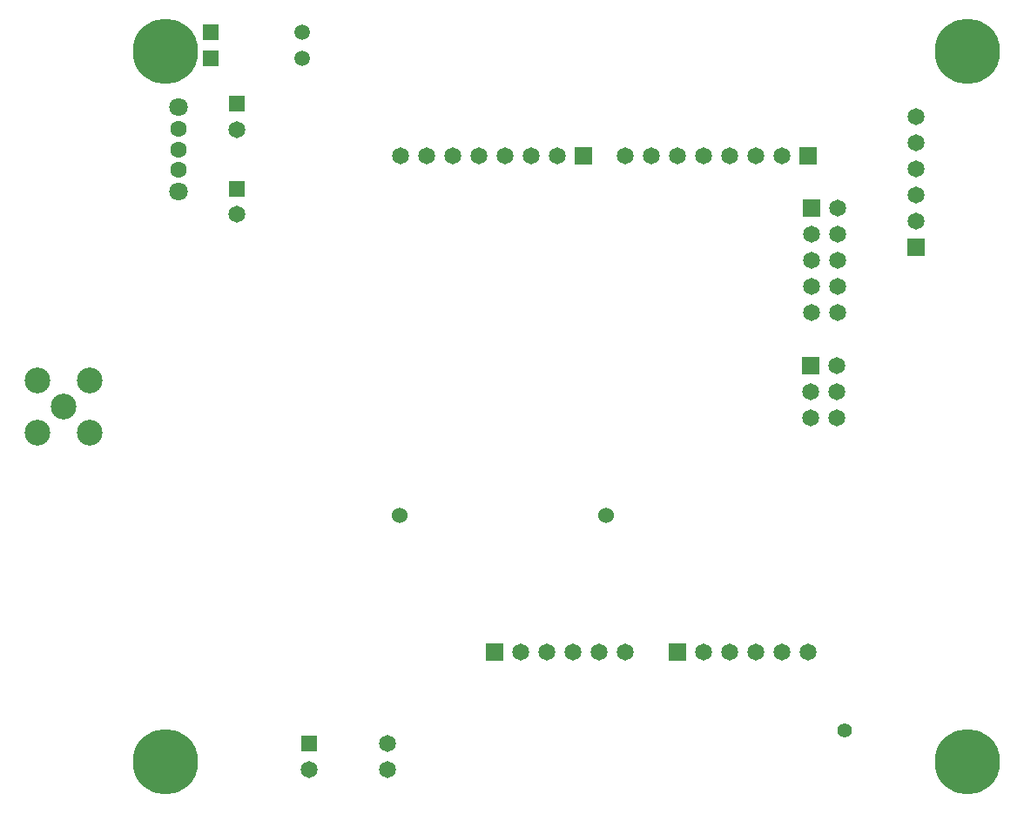
<source format=gbs>
*
%LPD*%
%LNSABOTEN2-MB*%
%FSLAX25Y25*%
%MOIN*%
%AD*%
%AD*%
%ADD19C,0.25*%
%ADD20R,0.065X0.065*%
%ADD21C,0.065*%
%ADD26C,0.06*%
%ADD41R,0.064959843X0.064959843*%
%ADD42C,0.064959843*%
%ADD60R,0.059059843X0.059059843*%
%ADD61C,0.059059843*%
%ADD64C,0.098429921*%
%ADD65C,0.062990157*%
%ADD68C,0.070870079*%
%ADD69C,0.055*%
G54D19*
%SRX1Y1I0.0J0.0*%
G1X167129Y364432D3*
G1X474129Y364432D3*
G1X167129Y92432D3*
G1X474129Y92432D3*
G54D20*
G1X414129Y244232D3*
G1X293129Y134432D3*
G1X327129Y324432D3*
G1X363129Y134432D3*
G1X413129Y324432D3*
G1X414629Y304432D3*
G1X454629Y289432D3*
G54D21*
G1X424129Y244232D3*
G1X414129Y234232D3*
G1X424129Y234232D3*
G1X414129Y224232D3*
G1X424129Y224232D3*
G1X303129Y134432D3*
G1X313129Y134432D3*
G1X323129Y134432D3*
G1X333129Y134432D3*
G1X343129Y134432D3*
G1X317129Y324432D3*
G1X307129Y324432D3*
G1X297129Y324432D3*
G1X287129Y324432D3*
G1X277129Y324432D3*
G1X267129Y324432D3*
G1X257129Y324432D3*
G1X373129Y134432D3*
G1X383129Y134432D3*
G1X393129Y134432D3*
G1X403129Y134432D3*
G1X413129Y134432D3*
G1X403129Y324432D3*
G1X393129Y324432D3*
G1X383129Y324432D3*
G1X373129Y324432D3*
G1X363129Y324432D3*
G1X353129Y324432D3*
G1X343129Y324432D3*
G1X424629Y304432D3*
G1X414629Y294432D3*
G1X424629Y294432D3*
G1X414629Y284432D3*
G1X424629Y284432D3*
G1X414629Y274432D3*
G1X424629Y274432D3*
G1X414629Y264432D3*
G1X424629Y264432D3*
G1X454629Y299432D3*
G1X454629Y309432D3*
G1X454629Y319432D3*
G1X454629Y329432D3*
G1X454629Y339432D3*
G54D26*
G1X257011Y186932D3*
G1X335751Y186932D3*
G54D41*
G1X194629Y311932D3*
G1X194629Y344432D3*
G1X222129Y99432D3*
G54D42*
G1X194629Y302089D3*
G1X194629Y334589D3*
G1X222129Y89432D3*
G1X252129Y89432D3*
G1X252129Y99432D3*
G54D60*
G1X184609Y361932D3*
G1X184609Y371932D3*
G54D61*
G1X219648Y361932D3*
G1X219648Y371932D3*
G54D64*
G1X128129Y228605D3*
G1X138129Y218605D3*
G1X138129Y238605D3*
G1X118129Y218605D3*
G1X118129Y238605D3*
G54D65*
G1X172129Y319058D3*
G1X172129Y326932D3*
G1X172129Y334806D3*
G54D68*
G1X172129Y343074D3*
G1X172129Y310790D3*
G54D69*
G1X427129Y104432D3*
M2*

</source>
